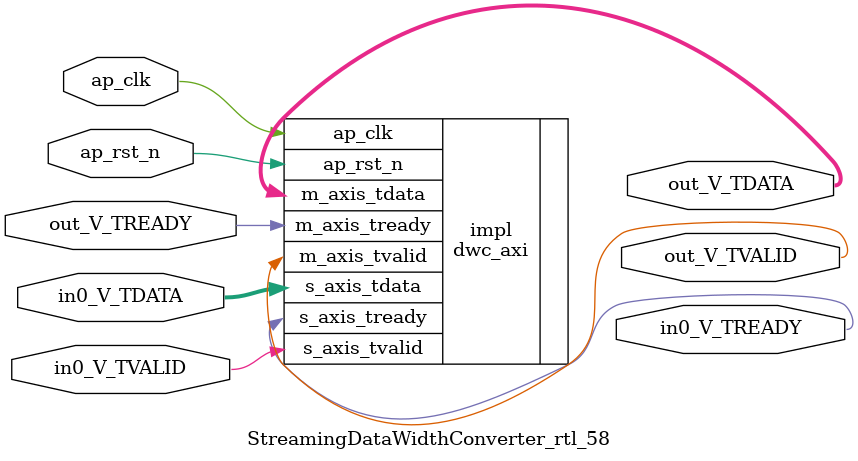
<source format=v>
/******************************************************************************
 * Copyright (C) 2023, Advanced Micro Devices, Inc.
 * All rights reserved.
 *
 * Redistribution and use in source and binary forms, with or without
 * modification, are permitted provided that the following conditions are met:
 *
 *  1. Redistributions of source code must retain the above copyright notice,
 *     this list of conditions and the following disclaimer.
 *
 *  2. Redistributions in binary form must reproduce the above copyright
 *     notice, this list of conditions and the following disclaimer in the
 *     documentation and/or other materials provided with the distribution.
 *
 *  3. Neither the name of the copyright holder nor the names of its
 *     contributors may be used to endorse or promote products derived from
 *     this software without specific prior written permission.
 *
 * THIS SOFTWARE IS PROVIDED BY THE COPYRIGHT HOLDERS AND CONTRIBUTORS "AS IS"
 * AND ANY EXPRESS OR IMPLIED WARRANTIES, INCLUDING, BUT NOT LIMITED TO,
 * THE IMPLIED WARRANTIES OF MERCHANTABILITY AND FITNESS FOR A PARTICULAR
 * PURPOSE ARE DISCLAIMED. IN NO EVENT SHALL THE COPYRIGHT HOLDER OR
 * CONTRIBUTORS BE LIABLE FOR ANY DIRECT, INDIRECT, INCIDENTAL, SPECIAL,
 * EXEMPLARY, OR CONSEQUENTIAL DAMAGES (INCLUDING, BUT NOT LIMITED TO,
 * PROCUREMENT OF SUBSTITUTE GOODS OR SERVICES; LOSS OF USE, DATA, OR PROFITS;
 * OR BUSINESS INTERRUPTION). HOWEVER CAUSED AND ON ANY THEORY OF LIABILITY,
 * WHETHER IN CONTRACT, STRICT LIABILITY, OR TORT (INCLUDING NEGLIGENCE OR
 * OTHERWISE) ARISING IN ANY WAY OUT OF THE USE OF THIS SOFTWARE, EVEN IF
 * ADVISED OF THE POSSIBILITY OF SUCH DAMAGE.
 *****************************************************************************/

module StreamingDataWidthConverter_rtl_58 #(
	parameter  IBITS = 256,
	parameter  OBITS = 4,

	parameter  AXI_IBITS = (IBITS+7)/8 * 8,
	parameter  AXI_OBITS = (OBITS+7)/8 * 8
)(
	//- Global Control ------------------
	(* X_INTERFACE_INFO = "xilinx.com:signal:clock:1.0 ap_clk CLK" *)
	(* X_INTERFACE_PARAMETER = "ASSOCIATED_BUSIF in0_V:out_V, ASSOCIATED_RESET ap_rst_n" *)
	input	ap_clk,
	(* X_INTERFACE_PARAMETER = "POLARITY ACTIVE_LOW" *)
	input	ap_rst_n,

	//- AXI Stream - Input --------------
	output	in0_V_TREADY,
	input	in0_V_TVALID,
	input	[AXI_IBITS-1:0]  in0_V_TDATA,

	//- AXI Stream - Output -------------
	input	out_V_TREADY,
	output	out_V_TVALID,
	output	[AXI_OBITS-1:0]  out_V_TDATA
);

	dwc_axi #(
		.IBITS(IBITS),
		.OBITS(OBITS)
	) impl (
		.ap_clk(ap_clk),
		.ap_rst_n(ap_rst_n),
		.s_axis_tready(in0_V_TREADY),
		.s_axis_tvalid(in0_V_TVALID),
		.s_axis_tdata(in0_V_TDATA),
		.m_axis_tready(out_V_TREADY),
		.m_axis_tvalid(out_V_TVALID),
		.m_axis_tdata(out_V_TDATA)
	);

endmodule

</source>
